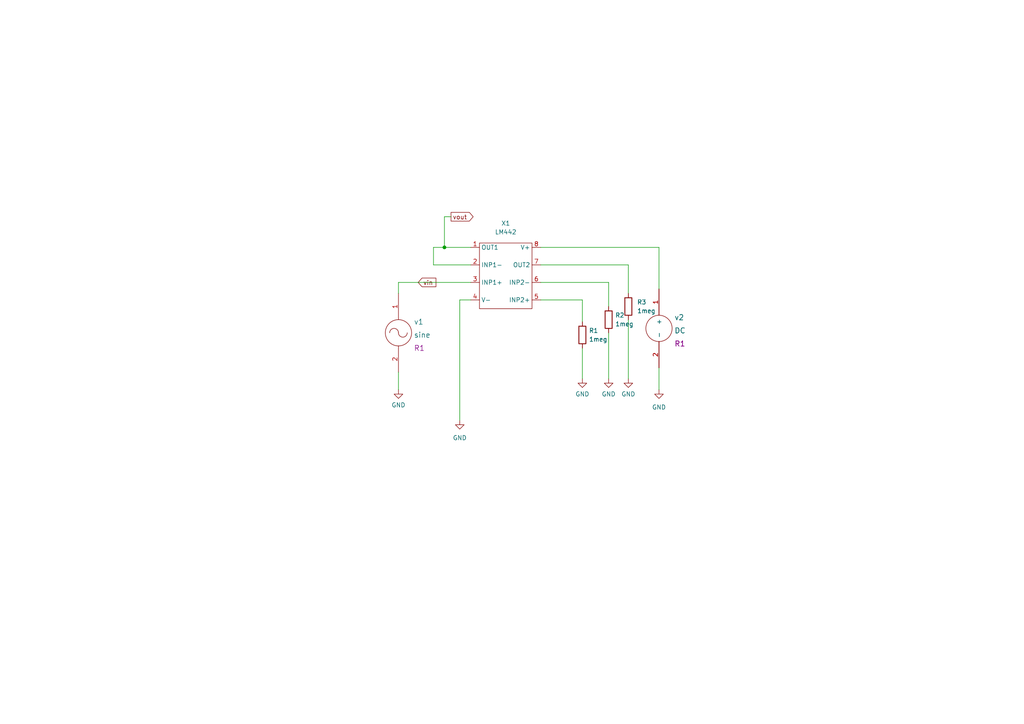
<source format=kicad_sch>
(kicad_sch (version 20211123) (generator eeschema)

  (uuid d22bac0b-676e-4f69-8086-8e1b7879f96b)

  (paper "A4")

  (lib_symbols
    (symbol "eSim_Devices:resistor" (pin_numbers hide) (pin_names (offset 0)) (in_bom yes) (on_board yes)
      (property "Reference" "R" (id 0) (at 1.27 3.302 0)
        (effects (font (size 1.27 1.27)))
      )
      (property "Value" "resistor" (id 1) (at 1.27 -1.27 0)
        (effects (font (size 1.27 1.27)))
      )
      (property "Footprint" "" (id 2) (at 1.27 -0.508 0)
        (effects (font (size 0.762 0.762)))
      )
      (property "Datasheet" "" (id 3) (at 1.27 1.27 90)
        (effects (font (size 0.762 0.762)))
      )
      (property "ki_fp_filters" "R_* Resistor_*" (id 4) (at 0 0 0)
        (effects (font (size 1.27 1.27)) hide)
      )
      (symbol "resistor_0_1"
        (rectangle (start 3.81 0.254) (end -1.27 2.286)
          (stroke (width 0.254) (type default) (color 0 0 0 0))
          (fill (type none))
        )
      )
      (symbol "resistor_1_1"
        (pin passive line (at -2.54 1.27 0) (length 1.27)
          (name "~" (effects (font (size 1.524 1.524))))
          (number "1" (effects (font (size 1.524 1.524))))
        )
        (pin passive line (at 5.08 1.27 180) (length 1.27)
          (name "~" (effects (font (size 1.524 1.524))))
          (number "2" (effects (font (size 1.524 1.524))))
        )
      )
    )
    (symbol "eSim_Power:eSim_GND" (power) (pin_names (offset 0)) (in_bom yes) (on_board yes)
      (property "Reference" "#PWR" (id 0) (at 0 -6.35 0)
        (effects (font (size 1.27 1.27)) hide)
      )
      (property "Value" "eSim_GND" (id 1) (at 0 -3.81 0)
        (effects (font (size 1.27 1.27)))
      )
      (property "Footprint" "" (id 2) (at 0 0 0)
        (effects (font (size 1.27 1.27)) hide)
      )
      (property "Datasheet" "" (id 3) (at 0 0 0)
        (effects (font (size 1.27 1.27)) hide)
      )
      (symbol "eSim_GND_0_1"
        (polyline
          (pts
            (xy 0 0)
            (xy 0 -1.27)
            (xy 1.27 -1.27)
            (xy 0 -2.54)
            (xy -1.27 -1.27)
            (xy 0 -1.27)
          )
          (stroke (width 0) (type default) (color 0 0 0 0))
          (fill (type none))
        )
      )
      (symbol "eSim_GND_1_1"
        (pin power_in line (at 0 0 270) (length 0) hide
          (name "GND" (effects (font (size 1.27 1.27))))
          (number "1" (effects (font (size 1.27 1.27))))
        )
      )
    )
    (symbol "eSim_Sources:DC" (pin_names (offset 1.016)) (in_bom yes) (on_board yes)
      (property "Reference" "v" (id 0) (at -5.08 2.54 0)
        (effects (font (size 1.524 1.524)))
      )
      (property "Value" "DC" (id 1) (at -5.08 -1.27 0)
        (effects (font (size 1.524 1.524)))
      )
      (property "Footprint" "R1" (id 2) (at -7.62 0 0)
        (effects (font (size 1.524 1.524)))
      )
      (property "Datasheet" "" (id 3) (at 0 0 0)
        (effects (font (size 1.524 1.524)))
      )
      (property "ki_fp_filters" "1_pin" (id 4) (at 0 0 0)
        (effects (font (size 1.27 1.27)) hide)
      )
      (symbol "DC_0_1"
        (circle (center 0 0) (radius 3.81)
          (stroke (width 0) (type default) (color 0 0 0 0))
          (fill (type none))
        )
      )
      (symbol "DC_1_1"
        (pin power_out line (at 0 11.43 270) (length 7.62)
          (name "+" (effects (font (size 1.27 1.27))))
          (number "1" (effects (font (size 1.27 1.27))))
        )
        (pin power_out line (at 0 -11.43 90) (length 7.62)
          (name "-" (effects (font (size 1.27 1.27))))
          (number "2" (effects (font (size 1.27 1.27))))
        )
      )
    )
    (symbol "eSim_Sources:sine" (pin_names (offset 1.016)) (in_bom yes) (on_board yes)
      (property "Reference" "v" (id 0) (at -5.08 2.54 0)
        (effects (font (size 1.524 1.524)))
      )
      (property "Value" "sine" (id 1) (at -5.08 -1.27 0)
        (effects (font (size 1.524 1.524)))
      )
      (property "Footprint" "R1" (id 2) (at -7.62 0 0)
        (effects (font (size 1.524 1.524)))
      )
      (property "Datasheet" "" (id 3) (at 0 0 0)
        (effects (font (size 1.524 1.524)))
      )
      (property "ki_fp_filters" "1_pin" (id 4) (at 0 0 0)
        (effects (font (size 1.27 1.27)) hide)
      )
      (symbol "sine_0_1"
        (arc (start 0 0) (mid -1.27 1.27) (end -2.54 0)
          (stroke (width 0) (type default) (color 0 0 0 0))
          (fill (type none))
        )
        (arc (start 0 0) (mid 1.27 -1.27) (end 2.54 0)
          (stroke (width 0) (type default) (color 0 0 0 0))
          (fill (type none))
        )
        (circle (center 0 0) (radius 3.81)
          (stroke (width 0) (type default) (color 0 0 0 0))
          (fill (type none))
        )
      )
      (symbol "sine_1_1"
        (pin input line (at 0 11.43 270) (length 7.62)
          (name "+" (effects (font (size 0 0))))
          (number "1" (effects (font (size 1.27 1.27))))
        )
        (pin input line (at 0 -11.43 90) (length 7.62)
          (name "-" (effects (font (size 0 0))))
          (number "2" (effects (font (size 1.27 1.27))))
        )
      )
    )
    (symbol "eSim_Subckt:LM442" (in_bom yes) (on_board yes)
      (property "Reference" "X" (id 0) (at 0 8.89 0)
        (effects (font (size 1.27 1.27)))
      )
      (property "Value" "LM442" (id 1) (at 0 12.065 0)
        (effects (font (size 1.27 1.27)))
      )
      (property "Footprint" "" (id 2) (at 0 0 0)
        (effects (font (size 1.27 1.27)) hide)
      )
      (property "Datasheet" "" (id 3) (at 0 0 0)
        (effects (font (size 1.27 1.27)) hide)
      )
      (symbol "LM442_0_1"
        (rectangle (start -7.62 7.62) (end 7.62 -11.43)
          (stroke (width 0) (type default) (color 0 0 0 0))
          (fill (type none))
        )
      )
      (symbol "LM442_1_1"
        (pin passive line (at -10.16 6.35 0) (length 2.54)
          (name "OUT1" (effects (font (size 1.27 1.27))))
          (number "1" (effects (font (size 1.27 1.27))))
        )
        (pin passive line (at -10.16 1.27 0) (length 2.54)
          (name "INP1-" (effects (font (size 1.27 1.27))))
          (number "2" (effects (font (size 1.27 1.27))))
        )
        (pin passive line (at -10.16 -3.81 0) (length 2.54)
          (name "INP1+" (effects (font (size 1.27 1.27))))
          (number "3" (effects (font (size 1.27 1.27))))
        )
        (pin power_in line (at -10.16 -8.89 0) (length 2.54)
          (name "V-" (effects (font (size 1.27 1.27))))
          (number "4" (effects (font (size 1.27 1.27))))
        )
        (pin passive line (at 10.16 -8.89 180) (length 2.54)
          (name "INP2+" (effects (font (size 1.27 1.27))))
          (number "5" (effects (font (size 1.27 1.27))))
        )
        (pin passive line (at 10.16 -3.81 180) (length 2.54)
          (name "INP2-" (effects (font (size 1.27 1.27))))
          (number "6" (effects (font (size 1.27 1.27))))
        )
        (pin passive line (at 10.16 1.27 180) (length 2.54)
          (name "OUT2" (effects (font (size 1.27 1.27))))
          (number "7" (effects (font (size 1.27 1.27))))
        )
        (pin power_in line (at 10.16 6.35 180) (length 2.54)
          (name "V+" (effects (font (size 1.27 1.27))))
          (number "8" (effects (font (size 1.27 1.27))))
        )
      )
    )
  )

  (junction (at 128.905 71.755) (diameter 0) (color 0 0 0 0)
    (uuid d9125722-6829-4012-a446-59240e272f90)
  )

  (wire (pts (xy 182.245 92.71) (xy 182.245 109.855))
    (stroke (width 0) (type default) (color 0 0 0 0))
    (uuid 01a9b9c7-ba68-4f71-a87a-236ec009bb64)
  )
  (wire (pts (xy 176.53 96.52) (xy 176.53 109.855))
    (stroke (width 0) (type default) (color 0 0 0 0))
    (uuid 027dd87c-5b07-4ad5-a2f1-0ff62e80cd62)
  )
  (wire (pts (xy 156.845 81.915) (xy 176.53 81.915))
    (stroke (width 0) (type default) (color 0 0 0 0))
    (uuid 02e3f7ef-9a71-48eb-9531-0b4bc3058ec3)
  )
  (wire (pts (xy 176.53 81.915) (xy 176.53 88.9))
    (stroke (width 0) (type default) (color 0 0 0 0))
    (uuid 16b93a5b-a082-4f08-a95b-61617edb09c7)
  )
  (wire (pts (xy 168.91 86.995) (xy 156.845 86.995))
    (stroke (width 0) (type default) (color 0 0 0 0))
    (uuid 1c3306b1-eac0-40af-9041-f5032bb1806a)
  )
  (wire (pts (xy 130.81 62.865) (xy 128.905 62.865))
    (stroke (width 0) (type default) (color 0 0 0 0))
    (uuid 2654901d-1ca5-4b99-a30f-d4faf9d105ca)
  )
  (wire (pts (xy 115.57 107.95) (xy 115.57 113.03))
    (stroke (width 0) (type default) (color 0 0 0 0))
    (uuid 2db3f544-4d36-4893-9fdd-236b75e99dc2)
  )
  (wire (pts (xy 191.135 106.68) (xy 191.135 113.03))
    (stroke (width 0) (type default) (color 0 0 0 0))
    (uuid 3cd15bdc-da02-44df-b812-e25d6f8702b5)
  )
  (wire (pts (xy 125.73 76.835) (xy 125.73 71.755))
    (stroke (width 0) (type default) (color 0 0 0 0))
    (uuid 50934569-b64c-4cf9-a265-89e9ba8eb8ab)
  )
  (wire (pts (xy 168.91 100.965) (xy 168.91 109.855))
    (stroke (width 0) (type default) (color 0 0 0 0))
    (uuid 52e66d28-a435-4999-8960-296f6604b9ab)
  )
  (wire (pts (xy 133.35 86.995) (xy 133.35 121.92))
    (stroke (width 0) (type default) (color 0 0 0 0))
    (uuid 58c59de9-a8cd-43cc-90ae-0b460190a2c6)
  )
  (wire (pts (xy 168.91 86.995) (xy 168.91 93.345))
    (stroke (width 0) (type default) (color 0 0 0 0))
    (uuid 617ed56d-b275-4a33-b10a-3c54ef8e91ec)
  )
  (wire (pts (xy 156.845 76.835) (xy 182.245 76.835))
    (stroke (width 0) (type default) (color 0 0 0 0))
    (uuid 6894375b-2c2c-4bc3-89c4-615b8fb76d4f)
  )
  (wire (pts (xy 115.57 81.915) (xy 115.57 85.09))
    (stroke (width 0) (type default) (color 0 0 0 0))
    (uuid 6a7924fc-ed92-475d-bf76-057ca7659500)
  )
  (wire (pts (xy 136.525 76.835) (xy 125.73 76.835))
    (stroke (width 0) (type default) (color 0 0 0 0))
    (uuid 6bb3215f-edaa-4100-a086-1c561699d6c3)
  )
  (wire (pts (xy 191.135 71.755) (xy 191.135 83.82))
    (stroke (width 0) (type default) (color 0 0 0 0))
    (uuid 6c54384c-2921-4eae-839c-e50c6ac5036f)
  )
  (wire (pts (xy 128.905 62.865) (xy 128.905 71.755))
    (stroke (width 0) (type default) (color 0 0 0 0))
    (uuid 8f0e0b53-9811-436f-a79b-4b26ce0cd72d)
  )
  (wire (pts (xy 128.905 71.755) (xy 136.525 71.755))
    (stroke (width 0) (type default) (color 0 0 0 0))
    (uuid b2b22270-14f4-4860-b804-8049cb04404b)
  )
  (wire (pts (xy 133.35 86.995) (xy 136.525 86.995))
    (stroke (width 0) (type default) (color 0 0 0 0))
    (uuid cc8cbc4a-1f7d-4a9b-8be4-47d1061e2c62)
  )
  (wire (pts (xy 182.245 76.835) (xy 182.245 85.09))
    (stroke (width 0) (type default) (color 0 0 0 0))
    (uuid d263d15b-0151-4c13-b0bc-b8b8a8ce97ce)
  )
  (wire (pts (xy 115.57 81.915) (xy 136.525 81.915))
    (stroke (width 0) (type default) (color 0 0 0 0))
    (uuid f3525611-c72b-4a9d-9bd9-9fede3a6214c)
  )
  (wire (pts (xy 156.845 71.755) (xy 191.135 71.755))
    (stroke (width 0) (type default) (color 0 0 0 0))
    (uuid f4d1766a-12d4-4f02-8a67-a0a69af386f2)
  )
  (wire (pts (xy 125.73 71.755) (xy 128.905 71.755))
    (stroke (width 0) (type default) (color 0 0 0 0))
    (uuid f8544afa-7eb3-410c-a19c-3cf6ed6b222a)
  )

  (global_label "vout" (shape output) (at 130.81 62.865 0) (fields_autoplaced)
    (effects (font (size 1.27 1.27)) (justify left))
    (uuid 8bc8001c-b13f-42fc-ad2e-b36deb3b4967)
    (property "Intersheet References" "${INTERSHEET_REFS}" (id 0) (at 137.2145 62.7856 0)
      (effects (font (size 1.27 1.27)) (justify left) hide)
    )
  )
  (global_label "vin" (shape input) (at 121.285 81.915 0) (fields_autoplaced)
    (effects (font (size 1.27 1.27)) (justify left))
    (uuid e5311a73-734e-4c60-ab06-bcf0916a23b7)
    (property "Intersheet References" "${INTERSHEET_REFS}" (id 0) (at 126.4195 81.8356 0)
      (effects (font (size 1.27 1.27)) (justify left) hide)
    )
  )

  (symbol (lib_id "eSim_Power:eSim_GND") (at 182.245 109.855 0) (unit 1)
    (in_bom yes) (on_board yes) (fields_autoplaced)
    (uuid 1897749e-bd13-4d8f-9caf-11bf4c528989)
    (property "Reference" "#PWR05" (id 0) (at 182.245 116.205 0)
      (effects (font (size 1.27 1.27)) hide)
    )
    (property "Value" "eSim_GND" (id 1) (at 182.245 114.3 0))
    (property "Footprint" "" (id 2) (at 182.245 109.855 0)
      (effects (font (size 1.27 1.27)) hide)
    )
    (property "Datasheet" "" (id 3) (at 182.245 109.855 0)
      (effects (font (size 1.27 1.27)) hide)
    )
    (pin "1" (uuid a88deafb-cf09-42bf-8b00-84ac043be481))
  )

  (symbol (lib_id "eSim_Power:eSim_GND") (at 176.53 109.855 0) (unit 1)
    (in_bom yes) (on_board yes) (fields_autoplaced)
    (uuid 2f9de1f0-c832-49d9-933f-e955fcac92e9)
    (property "Reference" "#PWR04" (id 0) (at 176.53 116.205 0)
      (effects (font (size 1.27 1.27)) hide)
    )
    (property "Value" "eSim_GND" (id 1) (at 176.53 114.3 0))
    (property "Footprint" "" (id 2) (at 176.53 109.855 0)
      (effects (font (size 1.27 1.27)) hide)
    )
    (property "Datasheet" "" (id 3) (at 176.53 109.855 0)
      (effects (font (size 1.27 1.27)) hide)
    )
    (pin "1" (uuid 6c99961f-1cf8-41a1-80b2-8b09827a25ff))
  )

  (symbol (lib_id "eSim_Sources:sine") (at 115.57 96.52 0) (unit 1)
    (in_bom yes) (on_board yes) (fields_autoplaced)
    (uuid 393ab0e3-d968-4cd4-95f0-6589385afa7d)
    (property "Reference" "v1" (id 0) (at 120.015 93.345 0)
      (effects (font (size 1.524 1.524)) (justify left))
    )
    (property "Value" "sine" (id 1) (at 120.015 97.155 0)
      (effects (font (size 1.524 1.524)) (justify left))
    )
    (property "Footprint" "R1" (id 2) (at 120.015 100.965 0)
      (effects (font (size 1.524 1.524)) (justify left))
    )
    (property "Datasheet" "" (id 3) (at 115.57 96.52 0)
      (effects (font (size 1.524 1.524)))
    )
    (property "Spice_Primitive" "V" (id 4) (at 115.57 96.52 0)
      (effects (font (size 1.27 1.27)) hide)
    )
    (property "Spice_Model" "sin(2.5 1.0 1k)" (id 5) (at 115.57 96.52 0)
      (effects (font (size 1.27 1.27)) hide)
    )
    (property "Spice_Netlist_Enabled" "Y" (id 6) (at 115.57 96.52 0)
      (effects (font (size 1.27 1.27)) hide)
    )
    (pin "1" (uuid 8f1aa61d-4f54-4b24-9f63-b3243679ef25))
    (pin "2" (uuid 5a6acd63-2878-4ed1-b87a-914df488cf19))
  )

  (symbol (lib_id "eSim_Power:eSim_GND") (at 115.57 113.03 0) (unit 1)
    (in_bom yes) (on_board yes) (fields_autoplaced)
    (uuid 3f0ed63b-2e70-4703-bd37-b21167bb5f43)
    (property "Reference" "#PWR01" (id 0) (at 115.57 119.38 0)
      (effects (font (size 1.27 1.27)) hide)
    )
    (property "Value" "eSim_GND" (id 1) (at 115.57 117.475 0))
    (property "Footprint" "" (id 2) (at 115.57 113.03 0)
      (effects (font (size 1.27 1.27)) hide)
    )
    (property "Datasheet" "" (id 3) (at 115.57 113.03 0)
      (effects (font (size 1.27 1.27)) hide)
    )
    (pin "1" (uuid 59918632-2007-4640-9c5d-bb88e17ac6d1))
  )

  (symbol (lib_id "eSim_Devices:resistor") (at 177.8 93.98 90) (unit 1)
    (in_bom yes) (on_board yes) (fields_autoplaced)
    (uuid 5044bc78-d79d-46b9-84d5-064fc6109ad2)
    (property "Reference" "R2" (id 0) (at 178.435 91.4399 90)
      (effects (font (size 1.27 1.27)) (justify right))
    )
    (property "Value" "1meg" (id 1) (at 178.435 93.9799 90)
      (effects (font (size 1.27 1.27)) (justify right))
    )
    (property "Footprint" "" (id 2) (at 178.308 92.71 0)
      (effects (font (size 0.762 0.762)))
    )
    (property "Datasheet" "" (id 3) (at 176.53 92.71 90)
      (effects (font (size 0.762 0.762)))
    )
    (property "Spice_Primitive" "R" (id 4) (at 177.8 93.98 0)
      (effects (font (size 1.27 1.27)) hide)
    )
    (property "Spice_Model" "1meg" (id 5) (at 177.8 93.98 0)
      (effects (font (size 1.27 1.27)) hide)
    )
    (property "Spice_Netlist_Enabled" "Y" (id 6) (at 177.8 93.98 0)
      (effects (font (size 1.27 1.27)) hide)
    )
    (pin "1" (uuid 1ebbff7f-be58-4943-bd08-3a4a8f7d9dcf))
    (pin "2" (uuid 8c668cfc-7f80-4592-a39c-863dac6bcc60))
  )

  (symbol (lib_id "eSim_Devices:resistor") (at 170.18 98.425 90) (unit 1)
    (in_bom yes) (on_board yes) (fields_autoplaced)
    (uuid 737275ca-4432-43f7-bc23-4444d4a9ac05)
    (property "Reference" "R1" (id 0) (at 170.815 95.8849 90)
      (effects (font (size 1.27 1.27)) (justify right))
    )
    (property "Value" "1meg" (id 1) (at 170.815 98.4249 90)
      (effects (font (size 1.27 1.27)) (justify right))
    )
    (property "Footprint" "" (id 2) (at 170.688 97.155 0)
      (effects (font (size 0.762 0.762)))
    )
    (property "Datasheet" "" (id 3) (at 168.91 97.155 90)
      (effects (font (size 0.762 0.762)))
    )
    (property "Spice_Primitive" "R" (id 4) (at 170.18 98.425 0)
      (effects (font (size 1.27 1.27)) hide)
    )
    (property "Spice_Model" "1meg" (id 5) (at 170.18 98.425 0)
      (effects (font (size 1.27 1.27)) hide)
    )
    (property "Spice_Netlist_Enabled" "Y" (id 6) (at 170.18 98.425 0)
      (effects (font (size 1.27 1.27)) hide)
    )
    (pin "1" (uuid 74e5c687-b4ea-4f71-85b4-7a3ea653e173))
    (pin "2" (uuid 44481882-9bf8-4a9b-8af7-2880b079bd7c))
  )

  (symbol (lib_id "eSim_Subckt:LM442") (at 146.685 78.105 0) (unit 1)
    (in_bom yes) (on_board yes) (fields_autoplaced)
    (uuid 7f0e00b4-eddc-4c0e-b084-f848b07397f9)
    (property "Reference" "X1" (id 0) (at 146.685 64.77 0))
    (property "Value" "LM442" (id 1) (at 146.685 67.31 0))
    (property "Footprint" "" (id 2) (at 146.685 78.105 0)
      (effects (font (size 1.27 1.27)) hide)
    )
    (property "Datasheet" "" (id 3) (at 146.685 78.105 0)
      (effects (font (size 1.27 1.27)) hide)
    )
    (pin "1" (uuid 13475fe6-ca69-4b06-8e58-cafe20081e7a))
    (pin "2" (uuid 4f71f041-f33d-40d9-8f7f-812bfb4eeed9))
    (pin "3" (uuid 2537c38d-1b3a-464a-8fdb-0e1815205416))
    (pin "4" (uuid 1bdf8121-8fcf-4173-8471-31fd07a60613))
    (pin "5" (uuid 62ec79dc-cc5d-4540-aa8b-7c590bae7884))
    (pin "6" (uuid fbc0e8ec-92c4-413e-9702-32b5b7bac31c))
    (pin "7" (uuid 3131e147-04de-4921-b45d-2168858a148e))
    (pin "8" (uuid e1805d9d-319d-448b-954c-5f7bec5c9a43))
  )

  (symbol (lib_id "eSim_Power:eSim_GND") (at 191.135 113.03 0) (unit 1)
    (in_bom yes) (on_board yes) (fields_autoplaced)
    (uuid c688f920-ea77-42e7-bab9-92b6c2f289da)
    (property "Reference" "#PWR06" (id 0) (at 191.135 119.38 0)
      (effects (font (size 1.27 1.27)) hide)
    )
    (property "Value" "eSim_GND" (id 1) (at 191.135 118.11 0))
    (property "Footprint" "" (id 2) (at 191.135 113.03 0)
      (effects (font (size 1.27 1.27)) hide)
    )
    (property "Datasheet" "" (id 3) (at 191.135 113.03 0)
      (effects (font (size 1.27 1.27)) hide)
    )
    (pin "1" (uuid 85c31835-b374-4a6e-b06f-cfce1b349eea))
  )

  (symbol (lib_id "eSim_Power:eSim_GND") (at 133.35 121.92 0) (unit 1)
    (in_bom yes) (on_board yes) (fields_autoplaced)
    (uuid cf31863a-4d70-4fa9-9c75-024746de996f)
    (property "Reference" "#PWR02" (id 0) (at 133.35 128.27 0)
      (effects (font (size 1.27 1.27)) hide)
    )
    (property "Value" "eSim_GND" (id 1) (at 133.35 127 0))
    (property "Footprint" "" (id 2) (at 133.35 121.92 0)
      (effects (font (size 1.27 1.27)) hide)
    )
    (property "Datasheet" "" (id 3) (at 133.35 121.92 0)
      (effects (font (size 1.27 1.27)) hide)
    )
    (pin "1" (uuid cf76f5ff-e901-4b4b-a2fa-13f6ed2f78b4))
  )

  (symbol (lib_id "eSim_Devices:resistor") (at 183.515 90.17 90) (unit 1)
    (in_bom yes) (on_board yes) (fields_autoplaced)
    (uuid d7b42f39-9a32-4e15-9ad9-ff43cfe94283)
    (property "Reference" "R3" (id 0) (at 184.785 87.6299 90)
      (effects (font (size 1.27 1.27)) (justify right))
    )
    (property "Value" "1meg" (id 1) (at 184.785 90.1699 90)
      (effects (font (size 1.27 1.27)) (justify right))
    )
    (property "Footprint" "" (id 2) (at 184.023 88.9 0)
      (effects (font (size 0.762 0.762)))
    )
    (property "Datasheet" "" (id 3) (at 182.245 88.9 90)
      (effects (font (size 0.762 0.762)))
    )
    (property "Spice_Primitive" "R" (id 4) (at 183.515 90.17 0)
      (effects (font (size 1.27 1.27)) hide)
    )
    (property "Spice_Model" "1meg" (id 5) (at 183.515 90.17 0)
      (effects (font (size 1.27 1.27)) hide)
    )
    (property "Spice_Netlist_Enabled" "Y" (id 6) (at 183.515 90.17 0)
      (effects (font (size 1.27 1.27)) hide)
    )
    (pin "1" (uuid 8c6e48d0-4bf1-4ed0-a954-d735a5dc5492))
    (pin "2" (uuid 70374317-d5a8-4144-8138-587ef365c6a8))
  )

  (symbol (lib_id "eSim_Power:eSim_GND") (at 168.91 109.855 0) (unit 1)
    (in_bom yes) (on_board yes) (fields_autoplaced)
    (uuid ebdec8ef-9535-46b6-810f-844f63858be0)
    (property "Reference" "#PWR03" (id 0) (at 168.91 116.205 0)
      (effects (font (size 1.27 1.27)) hide)
    )
    (property "Value" "eSim_GND" (id 1) (at 168.91 114.3 0))
    (property "Footprint" "" (id 2) (at 168.91 109.855 0)
      (effects (font (size 1.27 1.27)) hide)
    )
    (property "Datasheet" "" (id 3) (at 168.91 109.855 0)
      (effects (font (size 1.27 1.27)) hide)
    )
    (pin "1" (uuid 583782bd-c653-4a54-986d-6161d38ae9e7))
  )

  (symbol (lib_id "eSim_Sources:DC") (at 191.135 95.25 0) (unit 1)
    (in_bom yes) (on_board yes) (fields_autoplaced)
    (uuid ffb6efff-7908-4992-8178-22fdb076130e)
    (property "Reference" "v2" (id 0) (at 195.58 92.075 0)
      (effects (font (size 1.524 1.524)) (justify left))
    )
    (property "Value" "DC" (id 1) (at 195.58 95.885 0)
      (effects (font (size 1.524 1.524)) (justify left))
    )
    (property "Footprint" "R1" (id 2) (at 195.58 99.695 0)
      (effects (font (size 1.524 1.524)) (justify left))
    )
    (property "Datasheet" "" (id 3) (at 191.135 95.25 0)
      (effects (font (size 1.524 1.524)))
    )
    (pin "1" (uuid a83ca10a-2c52-440c-92a8-64dc131c8952))
    (pin "2" (uuid ac78b1a2-a2ad-4533-8798-5bdb2724ff3b))
  )

  (sheet_instances
    (path "/" (page "1"))
  )

  (symbol_instances
    (path "/3f0ed63b-2e70-4703-bd37-b21167bb5f43"
      (reference "#PWR01") (unit 1) (value "eSim_GND") (footprint "")
    )
    (path "/cf31863a-4d70-4fa9-9c75-024746de996f"
      (reference "#PWR02") (unit 1) (value "eSim_GND") (footprint "")
    )
    (path "/ebdec8ef-9535-46b6-810f-844f63858be0"
      (reference "#PWR03") (unit 1) (value "eSim_GND") (footprint "")
    )
    (path "/2f9de1f0-c832-49d9-933f-e955fcac92e9"
      (reference "#PWR04") (unit 1) (value "eSim_GND") (footprint "")
    )
    (path "/1897749e-bd13-4d8f-9caf-11bf4c528989"
      (reference "#PWR05") (unit 1) (value "eSim_GND") (footprint "")
    )
    (path "/c688f920-ea77-42e7-bab9-92b6c2f289da"
      (reference "#PWR06") (unit 1) (value "eSim_GND") (footprint "")
    )
    (path "/737275ca-4432-43f7-bc23-4444d4a9ac05"
      (reference "R1") (unit 1) (value "1meg") (footprint "")
    )
    (path "/5044bc78-d79d-46b9-84d5-064fc6109ad2"
      (reference "R2") (unit 1) (value "1meg") (footprint "")
    )
    (path "/d7b42f39-9a32-4e15-9ad9-ff43cfe94283"
      (reference "R3") (unit 1) (value "1meg") (footprint "")
    )
    (path "/7f0e00b4-eddc-4c0e-b084-f848b07397f9"
      (reference "X1") (unit 1) (value "LM442") (footprint "")
    )
    (path "/393ab0e3-d968-4cd4-95f0-6589385afa7d"
      (reference "v1") (unit 1) (value "sine") (footprint "R1")
    )
    (path "/ffb6efff-7908-4992-8178-22fdb076130e"
      (reference "v2") (unit 1) (value "DC") (footprint "R1")
    )
  )
)

</source>
